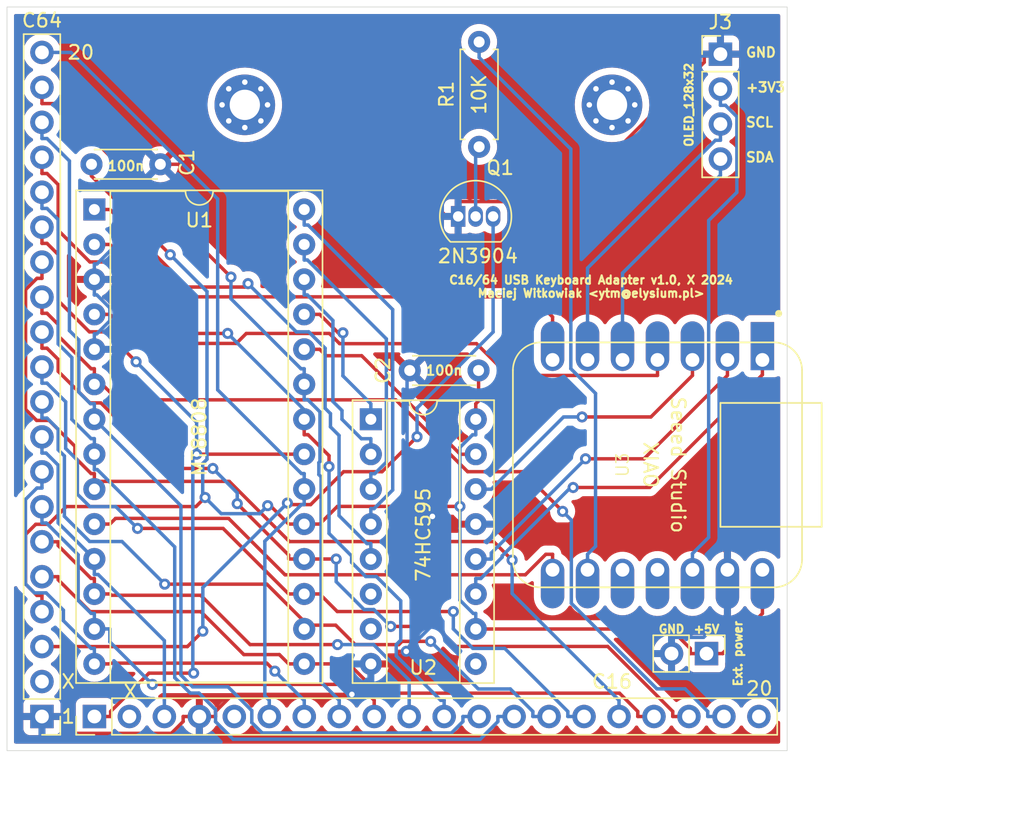
<source format=kicad_pcb>
(kicad_pcb (version 20211014) (generator pcbnew)
  (title_block (title "SEEEDUINO C16/64 Keyboard Adapter") (date "2024-10-09") (comment 1 "Maciej Witkowiak") (comment 2 "ytm@elysium.pl"))
  (layers (0 "F.Cu" signal) (31 "B.Cu" signal) (34 "B.Paste" user) (35 "F.Paste" user) (36 "B.SilkS" user "B.Silkscreen") (37 "F.SilkS" user "F.Silkscreen") (38 "B.Mask" user) (39 "F.Mask" user) (44 "Edge.Cuts" user))
  (net 0 "")
  (net 1 "GND")
  (net 2 "/~{RESTORE}")
  (net 3 "VCC")
  (net 4 "/PB3")
  (net 5 "/PB6")
  (net 6 "/PB5")
  (net 7 "/PB4")
  (net 8 "/PB7")
  (net 9 "/PB2")
  (net 10 "/PB1")
  (net 11 "/PB0")
  (net 12 "/PA0")
  (net 13 "/PA6")
  (net 14 "/PA5")
  (net 15 "/PA4")
  (net 16 "/PA3")
  (net 17 "/PA2")
  (net 18 "/PA1")
  (net 19 "/PA7")
  (net 20 "Net-(Q1-Pad2)")
  (net 24 "/AX1")
  (net 25 "/~{RESTORE_3V}")
  (net 26 "/RESET")
  (net 27 "/STROBE")
  (net 28 "/DATA")
  (net 30 "/SH_CP")
  (net 31 "/ST_CP")
  (net 32 "/DS")
  (net 33 "+3V3")
  (net 35 "/SCL")
  (net 36 "/SDA")
  (net 37 "/AX2")
  (net 38 "/AY0")
  (net 39 "/AY1")
  (net 40 "/AY2")
  (net 43 "/AX0")
  (footprint "Capacitor_THT:C_Disc_D4.3mm_W1.9mm_P5.00mm" (layer "F.Cu") (at 110.784 76.454)
    (fp_text reference "C1")
    (fp_text value "100n")
  )
  (footprint "Resistor_THT:R_Axial_DIN0207_L6.3mm_D2.5mm_P7.62mm_Horizontal" (layer "F.Cu") (at 138.938 75.184 90)
    (fp_text reference "R1")
    (fp_text value "10K")
  )
  (footprint "Package_DIP:DIP-16_W7.62mm_Socket" (layer "F.Cu") (at 131.074 94.986)
    (fp_text reference "U2")
    (fp_text value "74HC595")
  )
  (footprint "Connector_PinHeader_2.54mm:PinHeader_1x04_P2.54mm_Vertical" (layer "F.Cu") (at 156.464 68.453)
    (fp_text reference "J3")
    (fp_text value "OLED_128x32")
  )
  (footprint "Connector_PinHeader_2.54mm:PinHeader_1x20_P2.54mm_Vertical" (layer "F.Cu") (at 110.998 116.586 90)
    (fp_text reference "J5" hide)
    (fp_text value "C16")
  )
  (footprint "Package_DIP:DIP-28_W15.24mm_Socket" (layer "F.Cu") (at 110.993 79.741)
    (fp_text reference "U1")
    (fp_text value "MT8808")
  )
  (footprint "Capacitor_THT:C_Disc_D4.3mm_W1.9mm_P5.00mm" (layer "F.Cu") (at 138.898 91.44 180)
    (fp_text reference "C2")
    (fp_text value "100n")
  )
  (footprint "Connector_PinHeader_2.54mm:PinHeader_1x20_P2.54mm_Vertical" (layer "F.Cu") (at 107.188 116.586 180)
    (fp_text reference "J2" hide)
    (fp_text value "C64")
  )
  (footprint "Package_TO_SOT_THT:TO-92_Inline" (layer "F.Cu") (at 137.414 80.243)
    (fp_text reference "Q1")
    (fp_text value "2N3904")
  )
  (footprint "SEEDUINO XIAO:XIAO-Generic-Hybrid-14P-2.54-21X17.8MM" (layer "F.Cu") (at 151.892 98.298 -90)
    (fp_text reference "U3")
    (fp_text value "SeeeduinoXIAO" hide)
  )
  (footprint "MountingHole:MountingHole_2.2mm_M2_Pad_Via" (layer "F.Cu") (at 121.92 72.136)
    (fp_text reference "REF2" hide)
    (fp_text value "MountingHole" hide)
  )
  (footprint "MountingHole:MountingHole_2.2mm_M2_Pad_Via" (layer "F.Cu") (at 148.59 72.136)
    (fp_text reference "REF1" hide)
    (fp_text value "MountingHole")
  )
  (footprint "Connector_PinHeader_2.54mm:PinHeader_1x02_P2.54mm_Vertical" (layer "F.Cu") (at 155.453 112.014 -90)
    (fp_text reference "J4" hide)
    (fp_text value "EXT_POWER_5V" hide)
  )
  (gr_rect (start 161.31159 119.06831) (end 104.648 65.024) (layer "Edge.Cuts") (width 0.05) (fill none))
  (gr_text "1" (at 108.518 116.586) (layer "F.SilkS") (effects (font (size 1 1)) (justify left)))
  (gr_text "Ext. power" (at 157.739 112.014 90) (layer "F.SilkS") (effects (font (size 0.6 0.6))))
  (gr_text "C16/64 USB Keyboard Adapter v1.0, X 2024\nMaciej Witkowiak <ytm@elysium.pl>" (at 147.066 85.344) (layer "F.SilkS") (effects (font (size 0.6 0.6))))
  (gr_text "GND" (at 152.913 110.236) (layer "F.SilkS") (effects (font (size 0.6 0.6))))
  (gr_text "X" (at 108.518 114.046) (layer "F.SilkS") (effects (font (size 1 1)) (justify left)))
  (gr_text "20" (at 158.242 114.554) (layer "F.SilkS") (effects (font (size 1 1)) (justify left)))
  (gr_text "X" (at 113.03 114.808) (layer "F.SilkS") (effects (font (size 1 1)) (justify left)))
  (gr_text "SDA" (at 158.242 75.946) (layer "F.SilkS") (effects (font (size 0.7 0.7)) (justify left)))
  (gr_text "+3V3" (at 158.242 70.866) (layer "F.SilkS") (effects (font (size 0.7 0.7)) (justify left)))
  (gr_text "SCL" (at 158.242 73.406) (layer "F.SilkS") (effects (font (size 0.7 0.7)) (justify left)))
  (gr_text "GND" (at 158.242 68.326) (layer "F.SilkS") (effects (font (size 0.7 0.7)) (justify left)))
  (gr_text "20" (at 108.966 68.326) (layer "F.SilkS") (effects (font (size 1 1)) (justify left)))
  (gr_text "+5V" (at 155.453 110.236) (layer "F.SilkS") (effects (font (size 0.6 0.6))))
  (segment (start 137.0054 102.0443) (end 135.5457 102.0443) (width 0.25) (layer "F.Cu") (net 1))
  (segment (start 116.5836 117.8093) (end 117.4411 116.9518) (width 0.25) (layer "F.Cu") (net 1))
  (segment (start 121.0367 114.9784) (end 119.7949 116.2202) (width 0.25) (layer "F.Cu") (net 1))
  (segment (start 137.414 80.243) (end 136.5621 80.243) (width 0.25) (layer "F.Cu") (net 1))
  (segment (start 108.3649 116.586) (end 109.5882 117.8093) (width 0.25) (layer "F.Cu") (net 1))
  (segment (start 155.2871 68.453) (end 155.2871 69.0414) (width 0.25) (layer "F.Cu") (net 1))
  (segment (start 119.7949 116.2202) (end 119.7949 116.586) (width 0.25) (layer "F.Cu") (net 1))
  (segment (start 156.972 105.923) (end 156.972 104.7461) (width 0.25) (layer "F.Cu") (net 1))
  (segment (start 118.618 116.586) (end 117.4411 116.586) (width 0.25) (layer "F.Cu") (net 1))
  (segment (start 155.2871 69.0414) (end 145.1624 79.1661) (width 0.25) (layer "F.Cu") (net 1))
  (segment (start 133.116 111.8509) (end 133.6453 111.8509) (width 0.25) (layer "F.Cu") (net 1))
  (segment (start 154.8319 102.606) (end 139.8209 102.606) (width 0.25) (layer "F.Cu") (net 1))
  (segment (start 138.694 102.606) (end 139.8209 102.606) (width 0.25) (layer "F.Cu") (net 1))
  (segment (start 156.464 68.453) (end 155.2871 68.453) (width 0.25) (layer "F.Cu") (net 1))
  (segment (start 132.2009 112.766) (end 133.116 111.8509) (width 0.25) (layer "F.Cu") (net 1))
  (segment (start 145.1624 79.1661) (end 137.414 79.1661) (width 0.25) (layer "F.Cu") (net 1))
  (segment (start 129.6968 114.9784) (end 121.0367 114.9784) (width 0.25) (layer "F.Cu") (net 1))
  (segment (start 137.414 80.243) (end 137.414 79.1661) (width 0.25) (layer "F.Cu") (net 1))
  (segment (start 138.694 102.606) (end 137.5671 102.606) (width 0.25) (layer "F.Cu") (net 1))
  (segment (start 156.972 104.7461) (end 154.8319 102.606) (width 0.25) (layer "F.Cu") (net 1))
  (segment (start 131.074 112.766) (end 132.2009 112.766) (width 0.25) (layer "F.Cu") (net 1))
  (segment (start 137.5671 102.606) (end 137.0054 102.0443) (width 0.25) (layer "F.Cu") (net 1))
  (segment (start 109.5882 117.8093) (end 116.5836 117.8093) (width 0.25) (layer "F.Cu") (net 1))
  (segment (start 107.188 116.586) (end 108.3649 116.586) (width 0.25) (layer "F.Cu") (net 1))
  (segment (start 117.4411 116.9518) (end 117.4411 116.586) (width 0.25) (layer "F.Cu") (net 1))
  (segment (start 132.7731 76.454) (end 115.784 76.454) (width 0.25) (layer "F.Cu") (net 1))
  (segment (start 136.5621 80.243) (end 132.7731 76.454) (width 0.25) (layer "F.Cu") (net 1))
  (segment (start 118.618 116.586) (end 119.7949 116.586) (width 0.25) (layer "F.Cu") (net 1))
  (via (at 129.6968 114.9784) (size 0.8) (drill 0.4) (layers "F.Cu" "B.Cu") (net 1))
  (via (at 135.5457 102.0443) (size 0.8) (drill 0.4) (layers "F.Cu" "B.Cu") (net 1))
  (via (at 133.6453 111.8509) (size 0.8) (drill 0.4) (layers "F.Cu" "B.Cu") (net 1))
  (segment (start 112.1199 86.8942) (end 111.1737 85.948) (width 0.25) (layer "B.Cu") (net 1))
  (segment (start 110.993 89.901) (end 110.993 88.7741) (width 0.25) (layer "B.Cu") (net 1))
  (segment (start 135.5457 102.0443) (end 135.5457 109.9505) (width 0.25) (layer "B.Cu") (net 1))
  (segment (start 133.898 91.44) (end 133.7039 91.6341) (width 0.25) (layer "B.Cu") (net 1))
  (segment (start 131.074 112.766) (end 131.074 113.8929) (width 0.25) (layer "B.Cu") (net 1))
  (segment (start 152.913 112.014) (end 152.913 110.8371) (width 0.25) (layer "B.Cu") (net 1))
  (segment (start 133.7039 100.2025) (end 135.5457 102.0443) (width 0.25) (layer "B.Cu") (net 1))
  (segment (start 156.972 105.923) (end 156.972 109.0999) (width 0.25) (layer "B.Cu") (net 1))
  (segment (start 110.993 84.821) (end 110.993 85.9479) (width 0.25) (layer "B.Cu") (net 1))
  (segment (start 133.898 91.44) (end 137.414 87.924) (width 0.25) (layer "B.Cu") (net 1))
  (segment (start 114.69 77.548) (end 114.69 80.1903) (width 0.25) (layer "B.Cu") (net 1))
  (segment (start 110.993 84.821) (end 110.993 83.6941) (width 0.25) (layer "B.Cu") (net 1))
  (segment (start 135.5457 109.9505) (end 133.6453 111.8509) (width 0.25) (layer "B.Cu") (net 1))
  (segment (start 112.1199 87.8278) (end 112.1199 86.8942) (width 0.25) (layer "B.Cu") (net 1))
  (segment (start 111.1737 85.948) (end 110.993 85.948) (width 0.25) (layer "B.Cu") (net 1))
  (segment (start 111.1862 83.6941) (end 110.993 83.6941) (width 0.25) (layer "B.Cu") (net 1))
  (segment (start 137.414 87.924) (end 137.414 80.243) (width 0.25) (layer "B.Cu") (net 1))
  (segment (start 131.074 113.8929) (end 130.7823 113.8929) (width 0.25) (layer "B.Cu") (net 1))
  (segment (start 152.913 110.8371) (end 155.2348 110.8371) (width 0.25) (layer "B.Cu") (net 1))
  (segment (start 110.993 88.7741) (end 111.1736 88.7741) (width 0.25) (layer "B.Cu") (net 1))
  (segment (start 155.2348 110.8371) (end 156.972 109.0999) (width 0.25) (layer "B.Cu") (net 1))
  (segment (start 133.7039 91.6341) (end 133.7039 100.2025) (width 0.25) (layer "B.Cu") (net 1))
  (segment (start 130.7823 113.8929) (end 129.6968 114.9784) (width 0.25) (layer "B.Cu") (net 1))
  (segment (start 110.993 85.948) (end 110.993 85.9479) (width 0.25) (layer "B.Cu") (net 1))
  (segment (start 115.784 76.454) (end 114.69 77.548) (width 0.25) (layer "B.Cu") (net 1))
  (segment (start 111.1736 88.7741) (end 112.1199 87.8278) (width 0.25) (layer "B.Cu") (net 1))
  (segment (start 114.69 80.1903) (end 111.1862 83.6941) (width 0.25) (layer "B.Cu") (net 1))
  (segment (start 125.013 101.0734) (end 125.1275 101.1879) (width 0.25) (layer "F.Cu") (net 2))
  (segment (start 129.0917 98.796) (end 131.8873 98.796) (width 0.25) (layer "F.Cu") (net 2))
  (segment (start 118.8711 110.3844) (end 117.7495 111.506) (width 0.25) (layer "F.Cu") (net 2))
  (segment (start 117.7495 111.506) (end 107.188 111.506) (width 0.25) (layer "F.Cu") (net 2))
  (segment (start 126.6998 101.1879) (end 129.0917 98.796) (width 0.25) (layer "F.Cu") (net 2))
  (segment (start 125.1275 101.1879) (end 126.6998 101.1879) (width 0.25) (layer "F.Cu") (net 2))
  (segment (start 131.8873 98.796) (end 134.4308 96.2525) (width 0.25) (layer "F.Cu") (net 2))
  (via (at 118.8711 110.3844) (size 0.8) (drill 0.4) (layers "F.Cu" "B.Cu") (net 2))
  (via (at 134.4308 96.2525) (size 0.8) (drill 0.4) (layers "F.Cu" "B.Cu") (net 2))
  (via (at 125.013 101.0734) (size 0.8) (drill 0.4) (layers "F.Cu" "B.Cu") (net 2))
  (segment (start 139.954 80.243) (end 139.954 88.6438) (width 0.25) (layer "B.Cu") (net 2))
  (segment (start 139.954 88.6438) (end 134.4308 94.167) (width 0.25) (layer "B.Cu") (net 2))
  (segment (start 118.8711 110.3844) (end 118.8711 107.2153) (width 0.25) (layer "B.Cu") (net 2))
  (segment (start 118.8711 107.2153) (end 125.013 101.0734) (width 0.25) (layer "B.Cu") (net 2))
  (segment (start 134.4308 94.167) (end 134.4308 96.2525) (width 0.25) (layer "B.Cu") (net 2))
  (segment (start 126.233 102.601) (end 125.1061 102.601) (width 0.25) (layer "F.Cu") (net 3))
  (segment (start 159.512 105.923) (end 159.512 109.0999) (width 0.25) (layer "F.Cu") (net 3))
  (segment (start 107.6665 102.616) (end 106.7362 102.616) (width 0.25) (layer "F.Cu") (net 3))
  (segment (start 123.7669 101.2618) (end 123.5814 101.2618) (width 0.25) (layer "F.Cu") (net 3))
  (segment (start 105.9945 103.3577) (end 105.9945 106.9614) (width 0.25) (layer "F.Cu") (net 3))
  (segment (start 138.694 94.986) (end 138.694 93.8591) (width 0.25) (layer "F.Cu") (net 3))
  (segment (start 116.5031 83.0271) (end 110.784 77.308) (width 0.25) (layer "F.Cu") (net 3))
  (segment (start 108.953 101.3295) (end 107.6665 102.616) (width 0.25) (layer "F.Cu") (net 3))
  (segment (start 126.233 102.601) (end 127.3599 102.601) (width 0.25) (layer "F.Cu") (net 3))
  (segment (start 152.8559 110.226) (end 138.694 110.226) (width 0.25) (layer "F.Cu") (net 3))
  (segment (start 154.2761 112.014) (end 154.2761 111.6462) (width 0.25) (layer "F.Cu") (net 3))
  (segment (start 119.0351 100.6698) (end 118.3754 101.3295) (width 0.25) (layer "F.Cu") (net 3))
  (segment (start 106.8222 107.7891) (end 107.188 107.7891) (width 0.25) (layer "F.Cu") (net 3))
  (segment (start 156.6299 112.014) (end 156.6299 111.982) (width 0.25) (layer "F.Cu") (net 3))
  (segment (start 155.453 112.014) (end 156.6299 112.014) (width 0.25) (layer "F.Cu") (net 3))
  (segment (start 105.9945 106.9614) (end 106.8222 107.7891) (width 0.25) (layer "F.Cu") (net 3))
  (segment (start 107.188 108.966) (end 107.188 107.7891) (width 0.25) (layer "F.Cu") (net 3))
  (segment (start 137.5446 101.3166) (end 128.6443 101.3166) (width 0.25) (layer "F.Cu") (net 3))
  (segment (start 106.7362 102.616) (end 105.9945 103.3577) (width 0.25) (layer "F.Cu") (net 3))
  (segment (start 118.3754 101.3295) (end 108.953 101.3295) (width 0.25) (layer "F.Cu") (net 3))
  (segment (start 155.453 112.014) (end 154.2761 112.014) (width 0.25) (layer "F.Cu") (net 3))
  (segment (start 138.694 93.8591) (end 138.898 93.6551) (width 0.25) (layer "F.Cu") (net 3))
  (segment (start 128.6443 101.3166) (end 127.3599 102.601) (width 0.25) (layer "F.Cu") (net 3))
  (segment (start 138.898 93.6551) (end 138.898 91.44) (width 0.25) (layer "F.Cu") (net 3))
  (segment (start 154.2761 111.6462) (end 152.8559 110.226) (width 0.25) (layer "F.Cu") (net 3))
  (segment (start 125.1061 102.601) (end 123.7669 101.2618) (width 0.25) (layer "F.Cu") (net 3))
  (segment (start 110.784 77.308) (end 110.784 76.454) (width 0.25) (layer "F.Cu") (net 3))
  (segment (start 156.6299 111.982) (end 159.512 109.0999) (width 0.25) (layer "F.Cu") (net 3))
  (via (at 123.5814 101.2618) (size 0.8) (drill 0.4) (layers "F.Cu" "B.Cu") (net 3))
  (via (at 137.5446 101.3166) (size 0.8) (drill 0.4) (layers "F.Cu" "B.Cu") (net 3))
  (via (at 119.0351 100.6698) (size 0.8) (drill 0.4) (layers "F.Cu" "B.Cu") (net 3))
  (via (at 116.5031 83.0271) (size 0.8) (drill 0.4) (layers "F.Cu" "B.Cu") (net 3))
  (segment (start 138.5134 109.0991) (end 138.694 109.0991) (width 0.25) (layer "B.Cu") (net 3))
  (segment (start 138.4605 96.1129) (end 137.5446 97.0288) (width 0.25) (layer "B.Cu") (net 3))
  (segment (start 119.0351 100.6698) (end 120.2112 101.8459) (width 0.25) (layer "B.Cu") (net 3))
  (segment (start 122.9973 101.8459) (end 123.5814 101.2618) (width 0.25) (layer "B.Cu") (net 3))
  (segment (start 118.862 100.4967) (end 118.862 98.2023) (width 0.25) (layer "B.Cu") (net 3))
  (segment (start 137.5446 97.0288) (end 137.5446 101.3166) (width 0.25) (layer "B.Cu") (net 3))
  (segment (start 119.0351 100.6698) (end 118.862 100.4967) (width 0.25) (layer "B.Cu") (net 3))
  (segment (start 120.2112 101.8459) (end 122.9973 101.8459) (width 0.25) (layer "B.Cu") (net 3))
  (segment (start 138.694 94.986) (end 138.694 96.1129) (width 0.25) (layer "B.Cu") (net 3))
  (segment (start 118.862 98.2023) (end 119.1728 97.8915) (width 0.25) (layer "B.Cu") (net 3))
  (segment (start 138.694 110.226) (end 138.694 109.0991) (width 0.25) (layer "B.Cu") (net 3))
  (segment (start 119.1728 97.8915) (end 119.1728 85.6968) (width 0.25) (layer "B.Cu") (net 3))
  (segment (start 137.5446 101.3166) (end 137.5446 108.1303) (width 0.25) (layer "B.Cu") (net 3))
  (segment (start 137.5446 108.1303) (end 138.5134 109.0991) (width 0.25) (layer "B.Cu") (net 3))
  (segment (start 119.1728 85.6968) (end 116.5031 83.0271) (width 0.25) (layer "B.Cu") (net 3))
  (segment (start 138.694 96.1129) (end 138.4605 96.1129) (width 0.25) (layer "B.Cu") (net 3))
  (segment (start 131.6032 114.8889) (end 149.1298 114.8889) (width 0.25) (layer "F.Cu") (net 4))
  (segment (start 129.4753 112.761) (end 131.6032 114.8889) (width 0.25) (layer "F.Cu") (net 4))
  (segment (start 126.233 112.761) (end 129.4753 112.761) (width 0.25) (layer "F.Cu") (net 4))
  (segment (start 108.3649 106.6467) (end 108.3649 106.426) (width 0.25) (layer "F.Cu") (net 4))
  (segment (start 110.6842 108.966) (end 108.3649 106.6467) (width 0.25) (layer "F.Cu") (net 4))
  (segment (start 125.1061 112.761) (end 124.4307 112.0856) (width 0.25) (layer "F.Cu") (net 4))
  (segment (start 126.233 112.761) (end 125.1061 112.761) (width 0.25) (layer "F.Cu") (net 4))
  (segment (start 150.4611 116.2202) (end 150.4611 116.586) (width 0.25) (layer "F.Cu") (net 4))
  (segment (start 149.1298 114.8889) (end 150.4611 116.2202) (width 0.25) (layer "F.Cu") (net 4))
  (segment (start 107.188 106.426) (end 108.3649 106.426) (width 0.25) (layer "F.Cu") (net 4))
  (segment (start 124.4307 112.0856) (end 121.8476 112.0856) (width 0.25) (layer "F.Cu") (net 4))
  (segment (start 121.8476 112.0856) (end 118.728 108.966) (width 0.25) (layer "F.Cu") (net 4))
  (segment (start 151.638 116.586) (end 150.4611 116.586) (width 0.25) (layer "F.Cu") (net 4))
  (segment (start 118.728 108.966) (end 110.6842 108.966) (width 0.25) (layer "F.Cu") (net 4))
  (segment (start 110.993 107.681) (end 112.1199 107.681) (width 0.25) (layer "F.Cu") (net 5))
  (segment (start 128.6551 111.3602) (end 122.3022 111.3602) (width 0.25) (layer "F.Cu") (net 5))
  (segment (start 107.188 103.886) (end 108.3649 103.886) (width 0.25) (layer "F.Cu") (net 5))
  (segment (start 110.7595 106.5541) (end 110.993 106.5541) (width 0.25) (layer "F.Cu") (net 5))
  (segment (start 112.2143 107.7754) (end 112.1199 107.681) (width 0.25) (layer "F.Cu") (net 5))
  (segment (start 110.993 107.681) (end 110.993 106.5541) (width 0.25) (layer "F.Cu") (net 5))
  (segment (start 118.7174 107.7754) (end 112.2143 107.7754) (width 0.25) (layer "F.Cu") (net 5))
  (segment (start 108.3649 103.886) (end 108.3649 104.1595) (width 0.25) (layer "F.Cu") (net 5))
  (segment (start 122.3022 111.3602) (end 118.7174 107.7754) (width 0.25) (layer "F.Cu") (net 5))
  (segment (start 108.3649 104.1595) (end 110.7595 106.5541) (width 0.25) (layer "F.Cu") (net 5))
  (via (at 128.6551 111.3602) (size 0.8) (drill 0.4) (layers "F.Cu" "B.Cu") (net 5))
  (segment (start 133.858 116.586) (end 133.858 115.4091) (width 0.25) (layer "B.Cu") (net 5))
  (segment (start 128.6551 111.3603) (end 131.2747 111.3603) (width 0.25) (layer "B.Cu") (net 5))
  (segment (start 133.858 113.9436) (end 133.858 115.4091) (width 0.25) (layer "B.Cu") (net 5))
  (segment (start 128.6551 111.3602) (end 128.6551 111.3603) (width 0.25) (layer "B.Cu") (net 5))
  (segment (start 131.2747 111.3603) (end 133.858 113.9436) (width 0.25) (layer "B.Cu") (net 5))
  (segment (start 130.1604 114.2515) (end 115.2079 114.2515) (width 0.25) (layer "F.Cu") (net 6))
  (segment (start 131.318 115.4091) (end 130.1604 114.2515) (width 0.25) (layer "F.Cu") (net 6))
  (segment (start 131.318 116.586) (end 131.318 115.4091) (width 0.25) (layer "F.Cu") (net 6))
  (via (at 115.2079 114.2515) (size 0.8) (drill 0.4) (layers "F.Cu" "B.Cu") (net 6))
  (segment (start 107.188 102.5229) (end 107.5068 102.5229) (width 0.25) (layer "B.Cu") (net 6))
  (segment (start 110.993 110.221) (end 112.1199 110.221) (width 0.25) (layer "B.Cu") (net 6))
  (segment (start 107.188 101.346) (end 107.188 102.5229) (width 0.25) (layer "B.Cu") (net 6))
  (segment (start 109.8171 108.1517) (end 110.7595 109.0941) (width 0.25) (layer "B.Cu") (net 6))
  (segment (start 107.5068 102.5229) (end 109.8171 104.8332) (width 0.25) (layer "B.Cu") (net 6))
  (segment (start 109.8171 104.8332) (end 109.8171 108.1517) (width 0.25) (layer "B.Cu") (net 6))
  (segment (start 110.7595 109.0941) (end 110.993 109.0941) (width 0.25) (layer "B.Cu") (net 6))
  (segment (start 112.1199 111.1635) (end 112.1199 110.221) (width 0.25) (layer "B.Cu") (net 6))
  (segment (start 110.993 110.221) (end 110.993 109.0941) (width 0.25) (layer "B.Cu") (net 6))
  (segment (start 115.2079 114.2515) (end 112.1199 111.1635) (width 0.25) (layer "B.Cu") (net 6))
  (segment (start 110.993 112.761) (end 112.1199 112.761) (width 0.25) (layer "F.Cu") (net 7))
  (segment (start 123.5198 112.7083) (end 112.1726 112.7083) (width 0.25) (layer "F.Cu") (net 7))
  (segment (start 112.1726 112.7083) (end 112.1199 112.761) (width 0.25) (layer "F.Cu") (net 7))
  (segment (start 124.1015 113.29) (end 123.5198 112.7083) (width 0.25) (layer "F.Cu") (net 7))
  (via (at 124.1015 113.29) (size 0.8) (drill 0.4) (layers "F.Cu" "B.Cu") (net 7))
  (segment (start 106.8202 99.9829) (end 105.9892 100.8139) (width 0.25) (layer "B.Cu") (net 7))
  (segment (start 124.1015 113.29) (end 126.2206 115.4091) (width 0.25) (layer "B.Cu") (net 7))
  (segment (start 126.238 116.586) (end 126.238 115.4091) (width 0.25) (layer "B.Cu") (net 7))
  (segment (start 107.4893 107.6029) (end 108.745 108.8586) (width 0.25) (layer "B.Cu") (net 7))
  (segment (start 106.6454 107.6029) (end 107.4893 107.6029) (width 0.25) (layer "B.Cu") (net 7))
  (segment (start 107.188 98.806) (end 107.188 99.9829) (width 0.25) (layer "B.Cu") (net 7))
  (segment (start 108.745 108.8586) (end 108.745 109.6196) (width 0.25) (layer "B.Cu") (net 7))
  (segment (start 110.993 112.761) (end 110.993 111.6341) (width 0.25) (layer "B.Cu") (net 7))
  (segment (start 105.9892 106.9467) (end 106.6454 107.6029) (width 0.25) (layer "B.Cu") (net 7))
  (segment (start 126.2206 115.4091) (end 126.238 115.4091) (width 0.25) (layer "B.Cu") (net 7))
  (segment (start 105.9892 100.8139) (end 105.9892 106.9467) (width 0.25) (layer "B.Cu") (net 7))
  (segment (start 110.7595 111.6341) (end 110.993 111.6341) (width 0.25) (layer "B.Cu") (net 7))
  (segment (start 108.745 109.6196) (end 110.7595 111.6341) (width 0.25) (layer "B.Cu") (net 7))
  (segment (start 107.188 99.9829) (end 106.8202 99.9829) (width 0.25) (layer "B.Cu") (net 7))
  (segment (start 107.4893 97.4429) (end 107.188 97.4429) (width 0.25) (layer "B.Cu") (net 8))
  (segment (start 110.993 106.2679) (end 111.2747 106.2679) (width 0.25) (layer "B.Cu") (net 8))
  (segment (start 110.993 105.141) (end 108.3649 102.5129) (width 0.25) (layer "B.Cu") (net 8))
  (segment (start 116.078 116.586) (end 116.078 115.4091) (width 0.25) (layer "B.Cu") (net 8))
  (segment (start 108.3649 98.3185) (end 107.4893 97.4429) (width 0.25) (layer "B.Cu") (net 8))
  (segment (start 116.078 111.0712) (end 116.078 115.4091) (width 0.25) (layer "B.Cu") (net 8))
  (segment (start 111.2747 106.2679) (end 116.078 111.0712) (width 0.25) (layer "B.Cu") (net 8))
  (segment (start 108.3649 102.5129) (end 108.3649 98.3185) (width 0.25) (layer "B.Cu") (net 8))
  (segment (start 110.993 105.141) (end 110.993 106.2679) (width 0.25) (layer "B.Cu") (net 8))
  (segment (start 107.188 96.266) (end 107.188 97.4429) (width 0.25) (layer "B.Cu") (net 8))
  (segment (start 133.1031 111.362) (end 129.9353 111.362) (width 0.25) (layer "F.Cu") (net 9))
  (segment (start 123.5236 106.9685) (end 116.1018 106.9685) (width 0.25) (layer "F.Cu") (net 9))
  (segment (start 126.233 109.6779) (end 123.5236 106.9685) (width 0.25) (layer "F.Cu") (net 9))
  (segment (start 133.3411 111.124) (end 133.1031 111.362) (width 0.25) (layer "F.Cu") (net 9))
  (segment (start 129.9353 111.362) (end 128.5227 109.9494) (width 0.25) (layer "F.Cu") (net 9))
  (segment (start 126.233 110.221) (end 126.233 109.9494) (width 0.25) (layer "F.Cu") (net 9))
  (segment (start 135.4165 111.124) (end 133.3411 111.124) (width 0.25) (layer "F.Cu") (net 9))
  (segment (start 128.5227 109.9494) (end 126.233 109.9494) (width 0.25) (layer "F.Cu") (net 9))
  (segment (start 126.233 109.9494) (end 126.233 109.6779) (width 0.25) (layer "F.Cu") (net 9))
  (via (at 116.1018 106.9685) (size 0.8) (drill 0.4) (layers "F.Cu" "B.Cu") (net 9))
  (via (at 135.4165 111.124) (size 0.8) (drill 0.4) (layers "F.Cu" "B.Cu") (net 9))
  (segment (start 138.8783 114.5858) (end 135.4165 111.124) (width 0.25) (layer "B.Cu") (net 9))
  (segment (start 107.5559 94.9029) (end 108.3649 95.7119) (width 0.25) (layer "B.Cu") (net 9))
  (segment (start 108.3649 97.1992) (end 108.8168 97.6511) (width 0.25) (layer "B.Cu") (net 9))
  (segment (start 107.188 93.726) (end 107.188 94.9029) (width 0.25) (layer "B.Cu") (net 9))
  (segment (start 107.188 94.9029) (end 107.5559 94.9029) (width 0.25) (layer "B.Cu") (net 9))
  (segment (start 141.2067 114.5858) (end 138.8783 114.5858) (width 0.25) (layer "B.Cu") (net 9))
  (segment (start 142.8411 116.586) (end 142.8411 116.2202) (width 0.25) (layer "B.Cu") (net 9))
  (segment (start 110.65 103.871) (end 113.0043 103.871) (width 0.25) (layer "B.Cu") (net 9))
  (segment (start 108.8168 102.0378) (end 110.65 103.871) (width 0.25) (layer "B.Cu") (net 9))
  (segment (start 108.8168 97.6511) (end 108.8168 102.0378) (width 0.25) (layer "B.Cu") (net 9))
  (segment (start 142.8411 116.2202) (end 141.2067 114.5858) (width 0.25) (layer "B.Cu") (net 9))
  (segment (start 113.0043 103.871) (end 116.1018 106.9685) (width 0.25) (layer "B.Cu") (net 9))
  (segment (start 108.3649 95.7119) (end 108.3649 97.1992) (width 0.25) (layer "B.Cu") (net 9))
  (segment (start 144.018 116.586) (end 142.8411 116.586) (width 0.25) (layer "B.Cu") (net 9))
  (segment (start 120.341 102.9159) (end 125.1061 107.681) (width 0.25) (layer "F.Cu") (net 10))
  (segment (start 114.1297 102.9159) (end 120.341 102.9159) (width 0.25) (layer "F.Cu") (net 10))
  (segment (start 126.233 107.681) (end 125.1061 107.681) (width 0.25) (layer "F.Cu") (net 10))
  (segment (start 128.637 108.9581) (end 137.0651 108.9581) (width 0.25) (layer "F.Cu") (net 10))
  (segment (start 127.3599 107.681) (end 128.637 108.9581) (width 0.25) (layer "F.Cu") (net 10))
  (segment (start 126.233 107.681) (end 127.3599 107.681) (width 0.25) (layer "F.Cu") (net 10))
  (via (at 114.1297 102.9159) (size 0.8) (drill 0.4) (layers "F.Cu" "B.Cu") (net 10))
  (via (at 137.0651 108.9581) (size 0.8) (drill 0.4) (layers "F.Cu" "B.Cu") (net 10))
  (segment (start 107.5558 92.3629) (end 108.9087 93.7158) (width 0.25) (layer "B.Cu") (net 10))
  (segment (start 107.188 91.186) (end 107.188 92.3629) (width 0.25) (layer "B.Cu") (net 10))
  (segment (start 145.3811 116.2215) (end 140.7987 111.6391) (width 0.25) (layer "B.Cu") (net 10))
  (segment (start 108.9087 93.7158) (end 108.9087 97.1038) (width 0.25) (layer "B.Cu") (net 10))
  (segment (start 108.9087 97.1038) (end 109.7603 97.9554) (width 0.25) (layer "B.Cu") (net 10))
  (segment (start 145.3811 116.586) (end 145.3811 116.2215) (width 0.25) (layer "B.Cu") (net 10))
  (segment (start 140.7987 111.6391) (end 138.4851 111.6391) (width 0.25) (layer "B.Cu") (net 10))
  (segment (start 112.5448 101.331) (end 114.1297 102.9159) (width 0.25) (layer "B.Cu") (net 10))
  (segment (start 107.188 92.3629) (end 107.5558 92.3629) (width 0.25) (layer "B.Cu") (net 10))
  (segment (start 110.6615 101.331) (end 112.5448 101.331) (width 0.25) (layer "B.Cu") (net 10))
  (segment (start 146.558 116.586) (end 145.3811 116.586) (width 0.25) (layer "B.Cu") (net 10))
  (segment (start 109.7603 97.9554) (end 109.7603 100.4298) (width 0.25) (layer "B.Cu") (net 10))
  (segment (start 137.0651 110.2191) (end 137.0651 108.9581) (width 0.25) (layer "B.Cu") (net 10))
  (segment (start 109.7603 100.4298) (end 110.6615 101.331) (width 0.25) (layer "B.Cu") (net 10))
  (segment (start 138.4851 111.6391) (end 137.0651 110.2191) (width 0.25) (layer "B.Cu") (net 10))
  (segment (start 126.233 105.141) (end 125.1061 105.141) (width 0.25) (layer "F.Cu") (net 11))
  (segment (start 107.5559 89.8229) (end 108.3649 90.6319) (width 0.25) (layer "F.Cu") (net 11))
  (segment (start 116.2309 98.561) (end 119.5974 98.561) (width 0.25) (layer "F.Cu") (net 11))
  (segment (start 125.1061 104.8546) (end 125.1061 105.141) (width 0.25) (layer "F.Cu") (net 11))
  (segment (start 126.233 105.141) (end 128.5563 105.141) (width 0.25) (layer "F.Cu") (net 11))
  (segment (start 148.2769 111.496) (end 137.2635 111.496) (width 0.25) (layer "F.Cu") (net 11))
  (segment (start 153.0011 116.2202) (end 148.2769 111.496) (width 0.25) (layer "F.Cu") (net 11))
  (segment (start 111.4661 93.7962) (end 116.2309 98.561) (width 0.25) (layer "F.Cu") (net 11))
  (segment (start 153.0011 116.586) (end 153.0011 116.2202) (width 0.25) (layer "F.Cu") (net 11))
  (segment (start 108.3649 91.4983) (end 110.6628 93.7962) (width 0.25) (layer "F.Cu") (net 11))
  (segment (start 108.3649 90.6319) (end 108.3649 91.4983) (width 0.25) (layer "F.Cu") (net 11))
  (segment (start 110.6628 93.7962) (end 111.4661 93.7962) (width 0.25) (layer "F.Cu") (net 11))
  (segment (start 107.188 89.8229) (end 107.5559 89.8229) (width 0.25) (layer "F.Cu") (net 11))
  (segment (start 107.188 88.646) (end 107.188 89.8229) (width 0.25) (layer "F.Cu") (net 11))
  (segment (start 121.3705 101.119) (end 125.1061 104.8546) (width 0.25) (layer "F.Cu") (net 11))
  (segment (start 135.808 110.0405) (end 132.518 110.0405) (width 0.25) (layer "F.Cu") (net 11))
  (segment (start 137.2635 111.496) (end 135.808 110.0405) (width 0.25) (layer "F.Cu") (net 11))
  (segment (start 154.178 116.586) (end 153.0011 116.586) (width 0.25) (layer "F.Cu") (net 11))
  (via (at 132.518 110.0405) (size 0.8) (drill 0.4) (layers "F.Cu" "B.Cu") (net 11))
  (via (at 128.5563 105.141) (size 0.8) (drill 0.4) (layers "F.Cu" "B.Cu") (net 11))
  (via (at 121.3705 101.119) (size 0.8) (drill 0.4) (layers "F.Cu" "B.Cu") (net 11))
  (via (at 119.5974 98.561) (size 0.8) (drill 0.4) (layers "F.Cu" "B.Cu") (net 11))
  (segment (start 131.2904 108.8129) (end 132.518 110.0405) (width 0.25) (layer "B.Cu") (net 11))
  (segment (start 128.5563 106.7861) (end 130.5831 108.8129) (width 0.25) (layer "B.Cu") (net 11))
  (segment (start 121.3705 100.3341) (end 119.5974 98.561) (width 0.25) (layer "B.Cu") (net 11))
  (segment (start 121.3705 101.119) (end 121.3705 100.3341) (width 0.25) (layer "B.Cu") (net 11))
  (segment (start 130.5831 108.8129) (end 131.2904 108.8129) (width 0.25) (layer "B.Cu") (net 11))
  (segment (start 128.5563 105.141) (end 128.5563 106.7861) (width 0.25) (layer "B.Cu") (net 11))
  (segment (start 112.6881 93.5726) (end 132.8823 93.5726) (width 0.25) (layer "F.Cu") (net 12))
  (segment (start 107.5559 87.2829) (end 108.3649 88.0919) (width 0.25) (layer "F.Cu") (net 12))
  (segment (start 110.993 92.441) (end 110.993 91.8775) (width 0.25) (layer "F.Cu") (net 12))
  (segment (start 107.188 86.106) (end 107.188 87.2829) (width 0.25) (layer "F.Cu") (net 12))
  (segment (start 132.8823 93.5726) (end 138.1057 98.796) (width 0.25) (layer "F.Cu") (net 12))
  (segment (start 142.1192 98.796) (end 145.0026 101.6794) (width 0.25) (layer "F.Cu") (net 12))
  (segment (start 108.3649 88.9195) (end 110.7595 91.3141) (width 0.25) (layer "F.Cu") (net 12))
  (segment (start 110.993 91.8775) (end 112.6881 93.5726) (width 0.25) (layer "F.Cu") (net 12))
  (segment (start 110.993 91.8775) (end 110.993 91.3141) (width 0.25) (layer "F.Cu") (net 12))
  (segment (start 107.188 87.2829) (end 107.5559 87.2829) (width 0.25) (layer "F.Cu") (net 12))
  (segment (start 108.3649 88.0919) (end 108.3649 88.9195) (width 0.25) (layer "F.Cu") (net 12))
  (segment (start 110.7595 91.3141) (end 110.993 91.3141) (width 0.25) (layer "F.Cu") (net 12))
  (segment (start 138.1057 98.796) (end 142.1192 98.796) (width 0.25) (layer "F.Cu") (net 12))
  (via (at 145.0026 101.6794) (size 0.8) (drill 0.4) (layers "F.Cu" "B.Cu") (net 12))
  (segment (start 145.6351 102.3119) (end 145.6351 108.3605) (width 0.25) (layer "B.Cu") (net 12))
  (segment (start 155.5411 116.2202) (end 155.5411 116.586) (width 0.25) (layer "B.Cu") (net 12))
  (segment (start 153.8991 114.5782) (end 155.5411 116.2202) (width 0.25) (layer "B.Cu") (net 12))
  (segment (start 156.718 116.586) (end 155.5411 116.586) (width 0.25) (layer "B.Cu") (net 12))
  (segment (start 145.6351 108.3605) (end 151.8528 114.5782) (width 0.25) (layer "B.Cu") (net 12))
  (segment (start 145.0026 101.6794) (end 145.6351 102.3119) (width 0.25) (layer "B.Cu") (net 12))
  (segment (start 151.8528 114.5782) (end 153.8991 114.5782) (width 0.25) (layer "B.Cu") (net 12))
  (segment (start 109.5784 97.753) (end 110.7595 98.9341) (width 0.25) (layer "F.Cu") (net 13))
  (segment (start 110.993 99.4975) (end 110.993 98.9341) (width 0.25) (layer "F.Cu") (net 13))
  (segment (start 125.1645 103.873) (end 120.789 99.4975) (width 0.25) (layer "F.Cu") (net 13))
  (segment (start 107.188 84.7429) (end 106.8202 84.7429) (width 0.25) (layer "F.Cu") (net 13))
  (segment (start 120.789 99.4975) (end 110.993 99.4975) (width 0.25) (layer "F.Cu") (net 13))
  (segment (start 139.9869 103.873) (end 125.1645 103.873) (width 0.25) (layer "F.Cu") (net 13))
  (segment (start 105.9988 85.5643) (end 105.9988 94.2689) (width 0.25) (layer "F.Cu") (net 13))
  (segment (start 141.3339 105.22) (end 139.9869 103.873) (width 0.25) (layer "F.Cu") (net 13))
  (segment (start 105.9988 94.2689) (end 106.7984 95.0685) (width 0.25) (layer "F.Cu") (net 13))
  (segment (start 110.7595 98.9341) (end 110.993 98.9341) (width 0.25) (layer "F.Cu") (net 13))
  (segment (start 107.188 83.566) (end 107.188 84.7429) (width 0.25) (layer "F.Cu") (net 13))
  (segment (start 109.5784 96.9434) (end 109.5784 97.753) (width 0.25) (layer "F.Cu") (net 13))
  (segment (start 110.993 100.061) (end 110.993 99.4975) (width 0.25) (layer "F.Cu") (net 13))
  (segment (start 106.8202 84.7429) (end 105.9988 85.5643) (width 0.25) (layer "F.Cu") (net 13))
  (segment (start 107.7035 95.0685) (end 109.5784 96.9434) (width 0.25) (layer "F.Cu") (net 13))
  (segment (start 106.7984 95.0685) (end 107.7035 95.0685) (width 0.25) (layer "F.Cu") (net 13))
  (via (at 141.3339 105.22) (size 0.8) (drill 0.4) (layers "F.Cu" "B.Cu") (net 13))
  (segment (start 149.098 116.586) (end 149.098 115.4091) (width 0.25) (layer "B.Cu") (net 13))
  (segment (start 141.3339 107.645) (end 149.098 115.4091) (width 0.25) (layer "B.Cu") (net 13))
  (segment (start 141.3339 105.22) (end 141.3339 107.645) (width 0.25) (layer "B.Cu") (net 13))
  (segment (start 118.2039 113.4352) (end 114.9579 113.4352) (width 0.25) (layer "F.Cu") (net 14))
  (segment (start 112.1749 116.2182) (end 112.1749 116.586) (width 0.25) (layer "F.Cu") (net 14))
  (segment (start 111.8483 88.631) (end 114.0255 90.8082) (width 0.25) (layer "F.Cu") (net 14))
  (segment (start 107.5559 82.2029) (end 108.3649 83.0119) (width 0.25) (layer "F.Cu") (net 14))
  (segment (start 125.1061 97.521) (end 118.4185 97.521) (width 0.25) (layer "F.Cu") (net 14))
  (segment (start 107.188 81.026) (end 107.188 82.2029) (width 0.25) (layer "F.Cu") (net 14))
  (segment (start 107.188 82.2029) (end 107.5559 82.2029) (width 0.25) (layer "F.Cu") (net 14))
  (segment (start 110.998 116.586) (end 112.1749 116.586) (width 0.25) (layer "F.Cu") (net 14))
  (segment (start 108.3649 86.3636) (end 110.6323 88.631) (width 0.25) (layer "F.Cu") (net 14))
  (segment (start 110.6323 88.631) (end 111.8483 88.631) (width 0.25) (layer "F.Cu") (net 14))
  (segment (start 114.9579 113.4352) (end 112.1749 116.2182) (width 0.25) (layer "F.Cu") (net 14))
  (segment (start 108.3649 83.0119) (end 108.3649 86.3636) (width 0.25) (layer "F.Cu") (net 14))
  (segment (start 126.233 97.521) (end 125.1061 97.521) (width 0.25) (layer "F.Cu") (net 14))
  (via (at 118.2039 113.4352) (size 0.8) (drill 0.4) (layers "F.Cu" "B.Cu") (net 14))
  (via (at 118.4185 97.521) (size 0.8) (drill 0.4) (layers "F.Cu" "B.Cu") (net 14))
  (via (at 114.0255 90.8082) (size 0.8) (drill 0.4) (layers "F.Cu" "B.Cu") (net 14))
  (segment (start 114.0255 90.8082) (end 118.4185 95.2012) (width 0.25) (layer "B.Cu") (net 14))
  (segment (start 118.1442 113.3755) (end 118.2039 113.4352) (width 0.25) (layer "B.Cu") (net 14))
  (segment (start 118.4185 97.521) (end 118.1442 97.7953) (width 0.25) (layer "B.Cu") (net 14))
  (segment (start 118.4185 95.2012) (end 118.4185 97.521) (width 0.25) (layer "B.Cu") (net 14))
  (segment (start 118.1442 97.7953) (end 118.1442 113.3755) (width 0.25) (layer "B.Cu") (net 14))
  (segment (start 141.478 116.586) (end 140.3011 116.586) (width 0.25) (layer "B.Cu") (net 15))
  (segment (start 117.9511 114.8837) (end 118.5901 114.8837) (width 0.25) (layer "B.Cu") (net 15))
  (segment (start 110.7595 96.3941) (end 110.993 96.3941) (width 0.25) (layer "B.Cu") (net 15))
  (segment (start 110.993 97.521) (end 110.993 96.3941) (width 0.25) (layer "B.Cu") (net 15))
  (segment (start 116.8288 113.7614) (end 117.9511 114.8837) (width 0.25) (layer "B.Cu") (net 15))
  (segment (start 119.7949 116.961) (end 121.0683 118.2344) (width 0.25) (layer "B.Cu") (net 15))
  (segment (start 111.2148 98.6479) (end 116.8288 104.2619) (width 0.25) (layer "B.Cu") (net 15))
  (segment (start 107.5559 79.6629) (end 108.3649 80.4719) (width 0.25) (layer "B.Cu") (net 15))
  (segment (start 140.3011 116.9538) (end 140.3011 116.586) (width 0.25) (layer "B.Cu") (net 15))
  (segment (start 107.188 79.6629) (end 107.5559 79.6629) (width 0.25) (layer "B.Cu") (net 15))
  (segment (start 110.993 97.521) (end 110.993 98.6479) (width 0.25) (layer "B.Cu") (net 15))
  (segment (start 119.7949 116.0885) (end 119.7949 116.961) (width 0.25) (layer "B.Cu") (net 15))
  (segment (start 118.5901 114.8837) (end 119.7949 116.0885) (width 0.25) (layer "B.Cu") (net 15))
  (segment (start 116.8288 104.2619) (end 116.8288 113.7614) (width 0.25) (layer "B.Cu") (net 15))
  (segment (start 139.0205 118.2344) (end 140.3011 116.9538) (width 0.25) (layer "B.Cu") (net 15))
  (segment (start 108.3649 80.4719) (end 108.3649 89.5073) (width 0.25) (layer "B.Cu") (net 15))
  (segment (start 110.993 98.6479) (end 111.2148 98.6479) (width 0.25) (layer "B.Cu") (net 15))
  (segment (start 109.3607 94.9953) (end 110.7595 96.3941) (width 0.25) (layer "B.Cu") (net 15))
  (segment (start 121.0683 118.2344) (end 139.0205 118.2344) (width 0.25) (layer "B.Cu") (net 15))
  (segment (start 108.3649 89.5073) (end 109.3607 90.5031) (width 0.25) (layer "B.Cu") (net 15))
  (segment (start 109.3607 90.5031) (end 109.3607 94.9953) (width 0.25) (layer "B.Cu") (net 15))
  (segment (start 107.188 78.486) (end 107.188 79.6629) (width 0.25) (layer "B.Cu") (net 15))
  (segment (start 128.0377 97.6309) (end 128.0377 98.4244) (width 0.25) (layer "F.Cu") (net 16))
  (segment (start 107.188 77.1229) (end 107.5559 77.1229) (width 0.25) (layer "F.Cu") (net 16))
  (segment (start 112.49 83.551) (end 117.6849 88.7459) (width 0.25) (layer "F.Cu") (net 16))
  (segment (start 108.3649 81.2509) (end 110.665 83.551) (width 0.25) (layer "F.Cu") (net 16))
  (segment (start 110.665 83.551) (end 112.49 83.551) (width 0.25) (layer "F.Cu") (net 16))
  (segment (start 126.233 94.981) (end 126.233 96.1079) (width 0.25) (layer "F.Cu") (net 16))
  (segment (start 126.5147 96.1079) (end 128.0377 97.6309) (width 0.25) (layer "F.Cu") (net 16))
  (segment (start 107.188 75.946) (end 107.188 77.1229) (width 0.25) (layer "F.Cu") (net 16))
  (segment (start 107.5559 77.1229) (end 108.3649 77.9319) (width 0.25) (layer "F.Cu") (net 16))
  (segment (start 117.6849 88.7459) (end 120.6763 88.7459) (width 0.25) (layer "F.Cu") (net 16))
  (segment (start 108.3649 77.9319) (end 108.3649 81.2509) (width 0.25) (layer "F.Cu") (net 16))
  (segment (start 126.233 96.1079) (end 126.5147 96.1079) (width 0.25) (layer "F.Cu") (net 16))
  (via (at 120.6763 88.7459) (size 0.8) (drill 0.4) (layers "F.Cu" "B.Cu") (net 16))
  (via (at 128.0377 98.4244) (size 0.8) (drill 0.4) (layers "F.Cu" "B.Cu") (net 16))
  (segment (start 130.7039 106.416) (end 131.4796 106.416) (width 0.25) (layer "B.Cu") (net 16))
  (segment (start 120.6763 88.7459) (end 126.233 94.3026) (width 0.25) (layer "B.Cu") (net 16))
  (segment (start 132.9183 111.3632) (end 132.9183 112.1765) (width 0.25) (layer "B.Cu") (net 16))
  (segment (start 128.0377 98.4244) (end 128.0377 103.2817) (width 0.25) (layer "B.Cu") (net 16))
  (segment (start 128.0377 103.2817) (end 129.6744 104.9184) (width 0.25) (layer "B.Cu") (net 16))
  (segment (start 131.4796 106.416) (end 133.245 108.1814) (width 0.25) (layer "B.Cu") (net 16))
  (segment (start 133.245 108.1814) (end 133.245 111.0365) (width 0.25) (layer "B.Cu") (net 16))
  (segment (start 129.6744 104.9184) (end 129.6744 105.3865) (width 0.25) (layer "B.Cu") (net 16))
  (segment (start 126.233 94.3026) (end 126.233 94.981) (width 0.25) (layer "B.Cu") (net 16))
  (segment (start 132.9183 112.1765) (end 136.1509 115.4091) (width 0.25) (layer "B.Cu") (net 16))
  (segment (start 129.6744 105.3865) (end 130.7039 106.416) (width 0.25) (layer "B.Cu") (net 16))
  (segment (start 136.398 116.586) (end 136.398 115.4091) (width 0.25) (layer "B.Cu") (net 16))
  (segment (start 133.245 111.0365) (end 132.9183 111.3632) (width 0.25) (layer "B.Cu") (net 16))
  (segment (start 136.1509 115.4091) (end 136.398 115.4091) (width 0.25) (layer "B.Cu") (net 16))
  (segment (start 123.1821 117.7825) (end 136.9304 117.7825) (width 0.25) (layer "B.Cu") (net 17))
  (segment (start 109.1822 88.5422) (end 109.1822 76.2113) (width 0.25) (layer "B.Cu") (net 17))
  (segment (start 107.5538 74.5829) (end 107.188 74.5829) (width 0.25) (layer "B.Cu") (net 17))
  (segment (start 110.993 94.4175) (end 110.993 94.981) (width 0.25) (layer "B.Cu") (net 17))
  (segment (start 122.428 117.0284) (end 123.1821 117.7825) (width 0.25) (layer "B.Cu") (net 17))
  (segment (start 118.1369 114.4304) (end 120.7009 114.4304) (width 0.25) (layer "B.Cu") (net 17))
  (segment (start 109.8661 89.2261) (end 109.1822 88.5422) (width 0.25) (layer "B.Cu") (net 17))
  (segment (start 138.938 116.586) (end 137.7611 116.586) (width 0.25) (layer "B.Cu") (net 17))
  (segment (start 109.8661 93.009) (end 109.8661 89.2261) (width 0.25) (layer "B.Cu") (net 17))
  (segment (start 137.7611 116.9518) (end 137.7611 116.586) (width 0.25) (layer "B.Cu") (net 17))
  (segment (start 117.2807 101.2687) (end 117.2807 113.5742) (width 0.25) (layer "B.Cu") (net 17))
  (segment (start 122.428 116.1575) (end 122.428 117.0284) (width 0.25) (layer "B.Cu") (net 17))
  (segment (start 117.2807 113.5742) (end 118.1369 114.4304) (width 0.25) (layer "B.Cu") (net 17))
  (segment (start 110.7112 93.8541) (end 109.8661 93.009) (width 0.25) (layer "B.Cu") (net 17))
  (segment (start 109.1822 76.2113) (end 107.5538 74.5829) (width 0.25) (layer "B.Cu") (net 17))
  (segment (start 110.993 94.4175) (end 110.993 93.8541) (width 0.25) (layer "B.Cu") (net 17))
  (segment (start 110.993 93.8541) (end 110.7112 93.8541) (width 0.25) (layer "B.Cu") (net 17))
  (segment (start 120.7009 114.4304) (end 122.428 116.1575) (width 0.25) (layer "B.Cu") (net 17))
  (segment (start 136.9304 117.7825) (end 137.7611 116.9518) (width 0.25) (layer "B.Cu") (net 17))
  (segment (start 107.188 73.406) (end 107.188 74.5829) (width 0.25) (layer "B.Cu") (net 17))
  (segment (start 110.993 94.981) (end 117.2807 101.2687) (width 0.25) (layer "B.Cu") (net 17))
  (segment (start 107.188 70.866) (end 107.188 72.0429) (width 0.25) (layer "F.Cu") (net 18))
  (segment (start 108.3074 72.0429) (end 120.9142 84.6497) (width 0.25) (layer "F.Cu") (net 18))
  (segment (start 107.188 72.0429) (end 108.3074 72.0429) (width 0.25) (layer "F.Cu") (net 18))
  (via (at 120.9142 84.6497) (size 0.8) (drill 0.4) (layers "F.Cu" "B.Cu") (net 18))
  (segment (start 126.233 92.441) (end 126.233 93.5679) (width 0.25) (layer "B.Cu") (net 18))
  (segment (start 120.9142 86.2288) (end 125.9995 91.3141) (width 0.25) (layer "B.Cu") (net 18))
  (segment (start 126.233 92.441) (end 126.233 91.3141) (width 0.25) (layer "B.Cu") (net 18))
  (segment (start 125.9995 91.3141) (end 126.233 91.3141) (width 0.25) (layer "B.Cu") (net 18))
  (segment (start 127.4579 114.089) (end 128.778 115.4091) (width 0.25) (layer "B.Cu") (net 18))
  (segment (start 128.778 116.586) (end 128.778 115.4091) (width 0.25) (layer "B.Cu") (net 18))
  (segment (start 126.233 93.5679) (end 126.4957 93.5679) (width 0.25) (layer "B.Cu") (net 18))
  (segment (start 127.2984 99.0086) (end 127.4579 99.1681) (width 0.25) (layer "B.Cu") (net 18))
  (segment (start 127.2984 98.1358) (end 127.2984 99.0086) (width 0.25) (layer "B.Cu") (net 18))
  (segment (start 127.4579 99.1681) (end 127.4579 114.089) (width 0.25) (layer "B.Cu") (net 18))
  (segment (start 127.3781 98.0561) (end 127.2984 98.1358) (width 0.25) (layer "B.Cu") (net 18))
  (segment (start 126.4957 93.5679) (end 127.3781 94.4503) (width 0.25) (layer "B.Cu") (net 18))
  (segment (start 120.9142 84.6497) (end 120.9142 86.2288) (width 0.25) (layer "B.Cu") (net 18))
  (segment (start 127.3781 94.4503) (end 127.3781 98.0561) (width 0.25) (layer "B.Cu") (net 18))
  (segment (start 123.3746 103.8458) (end 126.0325 101.1879) (width 0.25) (layer "B.Cu") (net 19))
  (segment (start 126.0325 101.1879) (end 126.233 101.1879) (width 0.25) (layer "B.Cu") (net 19))
  (segment (start 123.3746 115.0857) (end 123.3746 103.8458) (width 0.25) (layer "B.Cu") (net 19))
  (segment (start 119.9482 78.9784) (end 109.2958 68.326) (width 0.25) (layer "B.Cu") (net 19))
  (segment (start 119.9482 92.8454) (end 119.9482 78.9784) (width 0.25) (layer "B.Cu") (net 19))
  (segment (start 126.0369 98.9341) (end 119.9482 92.8454) (width 0.25) (layer "B.Cu") (net 19))
  (segment (start 109.2958 68.326) (end 107.188 68.326) (width 0.25) (layer "B.Cu") (net 19))
  (segment (start 126.233 98.9341) (end 126.0369 98.9341) (width 0.25) (layer "B.Cu") (net 19))
  (segment (start 126.233 100.061) (end 126.233 98.9341) (width 0.25) (layer "B.Cu") (net 19))
  (segment (start 126.233 100.061) (end 126.233 101.1879) (width 0.25) (layer "B.Cu") (net 19))
  (segment (start 123.698 115.4091) (end 123.3746 115.0857) (width 0.25) (layer "B.Cu") (net 19))
  (segment (start 123.698 116.586) (end 123.698 115.4091) (width 0.25) (layer "B.Cu") (net 19))
  (segment (start 138.684 80.243) (end 138.684 75.438) (width 0.25) (layer "B.Cu") (net 20))
  (segment (start 138.684 75.438) (end 138.938 75.184) (width 0.25) (layer "B.Cu") (net 20))
  (segment (start 126.233 87.361) (end 127.3599 87.361) (width 0.25) (layer "F.Cu") (net 24))
  (segment (start 128.7012 88.7023) (end 129.0461 88.7023) (width 0.25) (layer "F.Cu") (net 24))
  (segment (start 127.3599 87.361) (end 128.7012 88.7023) (width 0.25) (layer "F.Cu") (net 24))
  (via (at 129.0461 88.7023) (size 0.8) (drill 0.4) (layers "F.Cu" "B.Cu") (net 24))
  (segment (start 131.074 93.8591) (end 129.0461 91.8312) (width 0.25) (layer "B.Cu") (net 24))
  (segment (start 129.0461 91.8312) (end 129.0461 88.7023) (width 0.25) (layer "B.Cu") (net 24))
  (segment (start 131.074 94.986) (end 131.074 93.8591) (width 0.25) (layer "B.Cu") (net 24))
  (segment (start 138.938 67.564) (end 138.938 68.6909) (width 0.25) (layer "B.Cu") (net 25))
  (segment (start 145.5985 91.3097) (end 145.5985 75.3514) (width 0.25) (layer "B.Cu") (net 25))
  (segment (start 146.812 105.923) (end 146.812 104.7961) (width 0.25) (layer "B.Cu") (net 25))
  (segment (start 145.5985 75.3514) (end 138.938 68.6909) (width 0.25) (layer "B.Cu") (net 25))
  (segment (start 146.812 104.7961) (end 147.393 104.2151) (width 0.25) (layer "B.Cu") (net 25))
  (segment (start 147.393 104.2151) (end 147.393 93.1042) (width 0.25) (layer "B.Cu") (net 25))
  (segment (start 147.393 93.1042) (end 145.5985 91.3097) (width 0.25) (layer "B.Cu") (net 25))
  (segment (start 110.993 102.601) (end 112.1199 102.601) (width 0.25) (layer "F.Cu") (net 26))
  (segment (start 144.272 104.7961) (end 143.7845 104.7961) (width 0.25) (layer "F.Cu") (net 26))
  (segment (start 143.7845 104.7961) (end 142.2957 106.2849) (width 0.25) (layer "F.Cu") (net 26))
  (segment (start 144.272 105.923) (end 144.272 104.7961) (width 0.25) (layer "F.Cu") (net 26))
  (segment (start 120.7392 102.187) (end 112.5339 102.187) (width 0.25) (layer "F.Cu") (net 26))
  (segment (start 142.2957 106.2849) (end 124.8371 106.2849) (width 0.25) (layer "F.Cu") (net 26))
  (segment (start 112.5339 102.187) (end 112.1199 102.601) (width 0.25) (layer "F.Cu") (net 26))
  (segment (start 124.8371 106.2849) (end 120.7392 102.187) (width 0.25) (layer "F.Cu") (net 26))
  (segment (start 144.272 87.5461) (end 142.8139 86.088) (width 0.25) (layer "F.Cu") (net 27))
  (segment (start 142.8139 86.088) (end 115.9269 86.088) (width 0.25) (layer "F.Cu") (net 27))
  (segment (start 115.9269 86.088) (end 112.1199 82.281) (width 0.25) (layer "F.Cu") (net 27))
  (segment (start 144.272 90.673) (end 144.272 87.5461) (width 0.25) (layer "F.Cu") (net 27))
  (segment (start 110.993 82.281) (end 112.1199 82.281) (width 0.25) (layer "F.Cu") (net 27))
  (segment (start 151.892 90.673) (end 151.892 91.7999) (width 0.25) (layer "F.Cu") (net 28))
  (segment (start 141.0581 91.7999) (end 151.892 91.7999) (width 0.25) (layer "F.Cu") (net 28))
  (segment (start 138.7495 89.4913) (end 141.0581 91.7999) (width 0.25) (layer "F.Cu") (net 28))
  (segment (start 110.993 87.361) (end 112.1199 87.361) (width 0.25) (layer "F.Cu") (net 28))
  (segment (start 128.0622 88.7465) (end 128.807 89.4913) (width 0.25) (layer "F.Cu") (net 28))
  (segment (start 128.807 89.4913) (end 138.7495 89.4913) (width 0.25) (layer "F.Cu") (net 28))
  (segment (start 114.2317 89.4728) (end 121.304 89.4728) (width 0.25) (layer "F.Cu") (net 28))
  (segment (start 121.304 89.4728) (end 122.0303 88.7465) (width 0.25) (layer "F.Cu") (net 28))
  (segment (start 112.1199 87.361) (end 114.2317 89.4728) (width 0.25) (layer "F.Cu") (net 28))
  (segment (start 122.0303 88.7465) (end 128.0622 88.7465) (width 0.25) (layer "F.Cu") (net 28))
  (segment (start 159.512 90.673) (end 159.512 91.7499) (width 0.25) (layer "F.Cu") (net 30))
  (segment (start 159.512 91.7499) (end 151.3185 99.9434) (width 0.25) (layer "F.Cu") (net 30))
  (segment (start 151.3185 99.9434) (end 145.7675 99.9434) (width 0.25) (layer "F.Cu") (net 30))
  (via (at 145.7675 99.9434) (size 0.8) (drill 0.4) (layers "F.Cu" "B.Cu") (net 30))
  (segment (start 140.607 104.919) (end 140.607 105.0114) (width 0.25) (layer "B.Cu") (net 30))
  (segment (start 145.7675 99.9434) (end 145.5826 99.9434) (width 0.25) (layer "B.Cu") (net 30))
  (segment (start 139.0593 106.5591) (end 138.694 106.5591) (width 0.25) (layer "B.Cu") (net 30))
  (segment (start 140.607 105.0114) (end 139.0593 106.5591) (width 0.25) (layer "B.Cu") (net 30))
  (segment (start 145.5826 99.9434) (end 140.607 104.919) (width 0.25) (layer "B.Cu") (net 30))
  (segment (start 138.694 107.686) (end 138.694 106.5591) (width 0.25) (layer "B.Cu") (net 30))
  (segment (start 156.972 91.7999) (end 150.9142 97.8577) (width 0.25) (layer "F.Cu") (net 31))
  (segment (start 150.9142 97.8577) (end 146.6661 97.8577) (width 0.25) (layer "F.Cu") (net 31))
  (segment (start 156.972 90.673) (end 156.972 91.7999) (width 0.25) (layer "F.Cu") (net 31))
  (via (at 146.6661 97.8577) (size 0.8) (drill 0.4) (layers "F.Cu" "B.Cu") (net 31))
  (segment (start 146.6661 97.8577) (end 139.8209 104.7029) (width 0.25) (layer "B.Cu") (net 31))
  (segment (start 139.8209 104.7029) (end 139.8209 105.146) (width 0.25) (layer "B.Cu") (net 31))
  (segment (start 138.694 105.146) (end 139.8209 105.146) (width 0.25) (layer "B.Cu") (net 31))
  (segment (start 151.4154 94.8165) (end 146.4133 94.8165) (width 0.25) (layer "F.Cu") (net 32))
  (segment (start 154.432 91.7999) (end 151.4154 94.8165) (width 0.25) (layer "F.Cu") (net 32))
  (segment (start 154.432 90.673) (end 154.432 91.7999) (width 0.25) (layer "F.Cu") (net 32))
  (via (at 146.4133 94.8165) (size 0.8) (drill 0.4) (layers "F.Cu" "B.Cu") (net 32))
  (segment (start 145.0704 94.8165) (end 139.8209 100.066) (width 0.25) (layer "B.Cu") (net 32))
  (segment (start 146.4133 94.8165) (end 145.0704 94.8165) (width 0.25) (layer "B.Cu") (net 32))
  (segment (start 138.694 100.066) (end 139.8209 100.066) (width 0.25) (layer "B.Cu") (net 32))
  (segment (start 156.8298 72.1699) (end 156.464 72.1699) (width 0.25) (layer "B.Cu") (net 33))
  (segment (start 154.432 105.923) (end 154.432 104.7461) (width 0.25) (layer "B.Cu") (net 33))
  (segment (start 154.432 104.7461) (end 155.6089 103.5692) (width 0.25) (layer "B.Cu") (net 33))
  (segment (start 155.6089 80.5398) (end 157.658 78.4907) (width 0.25) (layer "B.Cu") (net 33))
  (segment (start 157.658 72.9981) (end 156.8298 72.1699) (width 0.25) (layer "B.Cu") (net 33))
  (segment (start 156.464 70.993) (end 156.464 72.1699) (width 0.25) (layer "B.Cu") (net 33))
  (segment (start 157.658 78.4907) (end 157.658 72.9981) (width 0.25) (layer "B.Cu") (net 33))
  (segment (start 155.6089 103.5692) (end 155.6089 80.5398) (width 0.25) (layer "B.Cu") (net 33))
  (segment (start 156.0982 74.7099) (end 156.464 74.7099) (width 0.25) (layer "B.Cu") (net 35))
  (segment (start 146.812 90.673) (end 146.812 83.9961) (width 0.25) (layer "B.Cu") (net 35))
  (segment (start 146.812 83.9961) (end 156.0982 74.7099) (width 0.25) (layer "B.Cu") (net 35))
  (segment (start 156.464 73.533) (end 156.464 74.7099) (width 0.25) (layer "B.Cu") (net 35))
  (segment (start 156.464 76.073) (end 156.464 77.2499) (width 0.25) (layer "B.Cu") (net 36))
  (segment (start 149.352 90.673) (end 149.352 84.3619) (width 0.25) (layer "B.Cu") (net 36))
  (segment (start 149.352 84.3619) (end 156.464 77.2499) (width 0.25) (layer "B.Cu") (net 36))
  (segment (start 126.4611 85.9479) (end 128.3191 87.8059) (width 0.25) (layer "B.Cu") (net 37))
  (segment (start 128.3191 93.6912) (end 128.9776 94.3497) (width 0.25) (layer "B.Cu") (net 37))
  (segment (start 126.233 84.821) (end 126.233 85.9479) (width 0.25) (layer "B.Cu") (net 37))
  (segment (start 126.233 85.9479) (end 126.4611 85.9479) (width 0.25) (layer "B.Cu") (net 37))
  (segment (start 128.9776 94.3497) (end 128.9776 94.9866) (width 0.25) (layer "B.Cu") (net 37))
  (segment (start 128.9776 94.9866) (end 130.3901 96.3991) (width 0.25) (layer "B.Cu") (net 37))
  (segment (start 130.3901 96.3991) (end 131.074 96.3991) (width 0.25) (layer "B.Cu") (net 37))
  (segment (start 128.3191 87.8059) (end 128.3191 93.6912) (width 0.25) (layer "B.Cu") (net 37))
  (segment (start 131.074 97.526) (end 131.074 96.3991) (width 0.25) (layer "B.Cu") (net 37))
  (segment (start 132.2009 98.094) (end 132.2009 89.1423) (width 0.25) (layer "B.Cu") (net 38))
  (segment (start 132.2009 89.1423) (end 126.4665 83.4079) (width 0.25) (layer "B.Cu") (net 38))
  (segment (start 126.233 82.281) (end 126.233 83.4079) (width 0.25) (layer "B.Cu") (net 38))
  (segment (start 131.3558 98.9391) (end 132.2009 98.094) (width 0.25) (layer "B.Cu") (net 38))
  (segment (start 126.4665 83.4079) (end 126.233 83.4079) (width 0.25) (layer "B.Cu") (net 38))
  (segment (start 131.074 98.9391) (end 131.3558 98.9391) (width 0.25) (layer "B.Cu") (net 38))
  (segment (start 131.074 100.066) (end 131.074 98.9391) (width 0.25) (layer "B.Cu") (net 38))
  (segment (start 132.6608 100.1258) (end 131.3075 101.4791) (width 0.25) (layer "B.Cu") (net 39))
  (segment (start 132.6608 87.014) (end 132.6608 100.1258) (width 0.25) (layer "B.Cu") (net 39))
  (segment (start 131.3075 101.4791) (end 131.074 101.4791) (width 0.25) (layer "B.Cu") (net 39))
  (segment (start 126.233 80.8679) (end 126.5147 80.8679) (width 0.25) (layer "B.Cu") (net 39))
  (segment (start 126.5147 80.8679) (end 132.6608 87.014) (width 0.25) (layer "B.Cu") (net 39))
  (segment (start 131.074 102.606) (end 131.074 101.4791) (width 0.25) (layer "B.Cu") (net 39))
  (segment (start 126.233 79.741) (end 126.233 80.8679) (width 0.25) (layer "B.Cu") (net 39))
  (segment (start 110.993 79.741) (end 112.1199 79.741) (width 0.25) (layer "F.Cu") (net 40))
  (segment (start 117.7555 85.3766) (end 121.9063 85.3766) (width 0.25) (layer "F.Cu") (net 40))
  (segment (start 121.9063 85.3766) (end 122.1551 85.1278) (width 0.25) (layer "F.Cu") (net 40))
  (segment (start 112.1199 79.741) (end 117.7555 85.3766) (width 0.25) (layer "F.Cu") (net 40))
  (via (at 122.1551 85.1278) (size 0.8) (drill 0.4) (layers "F.Cu" "B.Cu") (net 40))
  (segment (start 131.074 105.146) (end 131.074 104.0191) (width 0.25) (layer "B.Cu") (net 40))
  (segment (start 128.7646 96.1594) (end 128.1408 95.5356) (width 0.25) (layer "B.Cu") (net 40))
  (segment (start 128.1408 95.5356) (end 128.1408 94.5739) (width 0.25) (layer "B.Cu") (net 40))
  (segment (start 128.7646 101.9915) (end 128.7646 96.1594) (width 0.25) (layer "B.Cu") (net 40))
  (segment (start 130.7922 104.0191) (end 128.7646 101.9915) (width 0.25) (layer "B.Cu") (net 40))
  (segment (start 127.7518 89.8202) (end 126.5626 88.631) (width 0.25) (layer "B.Cu") (net 40))
  (segment (start 126.5626 88.631) (end 125.6583 88.631) (width 0.25) (layer "B.Cu") (net 40))
  (segment (start 125.6583 88.631) (end 122.1551 85.1278) (width 0.25) (layer "B.Cu") (net 40))
  (segment (start 128.1408 94.5739) (end 127.7518 94.1849) (width 0.25) (layer "B.Cu") (net 40))
  (segment (start 127.7518 94.1849) (end 127.7518 89.8202) (width 0.25) (layer "B.Cu") (net 40))
  (segment (start 131.074 104.0191) (end 130.7922 104.0191) (width 0.25) (layer "B.Cu") (net 40))
  (segment (start 126.233 89.901) (end 127.3599 89.901) (width 0.25) (layer "F.Cu") (net 43))
  (segment (start 138.694 97.526) (end 137.5671 97.526) (width 0.25) (layer "F.Cu") (net 43))
  (segment (start 137.5671 97.526) (end 130.409 90.3679) (width 0.25) (layer "F.Cu") (net 43))
  (segment (start 130.409 90.3679) (end 127.8268 90.3679) (width 0.25) (layer "F.Cu") (net 43))
  (segment (start 127.8268 90.3679) (end 127.3599 89.901) (width 0.25) (layer "F.Cu") (net 43))
  (zone (net 1) (net_name "GND") (layers F&B.Cu) (connect_pads (clearance 0.508)) (min_thickness 0.254) (fill yes (thermal_gap 0.508) (thermal_bridge_width 0.508))
    (polygon (pts (xy 161.544 119.634) (xy 104.14 119.634) (xy 104.14 64.516) (xy 161.544 64.516)))
  )
)
</source>
